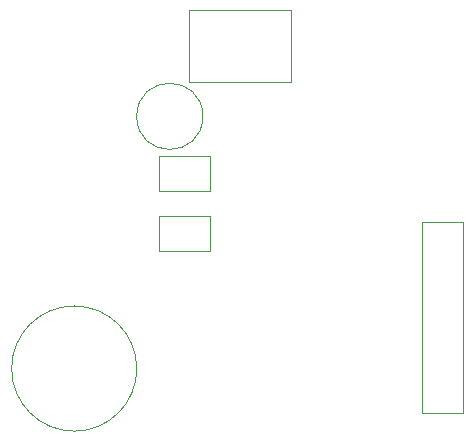
<source format=gbr>
G04 #@! TF.FileFunction,Other,User*
%FSLAX46Y46*%
G04 Gerber Fmt 4.6, Leading zero omitted, Abs format (unit mm)*
G04 Created by KiCad (PCBNEW 4.0.1-3.201512221401+6198~38~ubuntu15.10.1-stable) date sáb 02 ene 2016 12:37:04 CET*
%MOMM*%
G01*
G04 APERTURE LIST*
%ADD10C,0.100000*%
%ADD11C,0.050000*%
G04 APERTURE END LIST*
D10*
D11*
X80778000Y-102870000D02*
G75*
G03X80778000Y-102870000I-5300000J0D01*
G01*
X93825000Y-72545000D02*
X85225000Y-72545000D01*
X93825000Y-78595000D02*
X85225000Y-78595000D01*
X93825000Y-72545000D02*
X93825000Y-78595000D01*
X85225000Y-72545000D02*
X85225000Y-78595000D01*
X82666000Y-89940000D02*
X86966000Y-89940000D01*
X86966000Y-89940000D02*
X86966000Y-92940000D01*
X86966000Y-92940000D02*
X82666000Y-92940000D01*
X82666000Y-92940000D02*
X82666000Y-89940000D01*
X82666000Y-84860000D02*
X86966000Y-84860000D01*
X86966000Y-84860000D02*
X86966000Y-87860000D01*
X86966000Y-87860000D02*
X82666000Y-87860000D01*
X82666000Y-87860000D02*
X82666000Y-84860000D01*
X86366000Y-81514000D02*
G75*
G03X86366000Y-81514000I-2800000J0D01*
G01*
X104930000Y-90452000D02*
X104930000Y-106652000D01*
X108430000Y-90452000D02*
X108430000Y-106652000D01*
X104930000Y-90452000D02*
X108430000Y-90452000D01*
X104930000Y-106652000D02*
X108430000Y-106652000D01*
M02*

</source>
